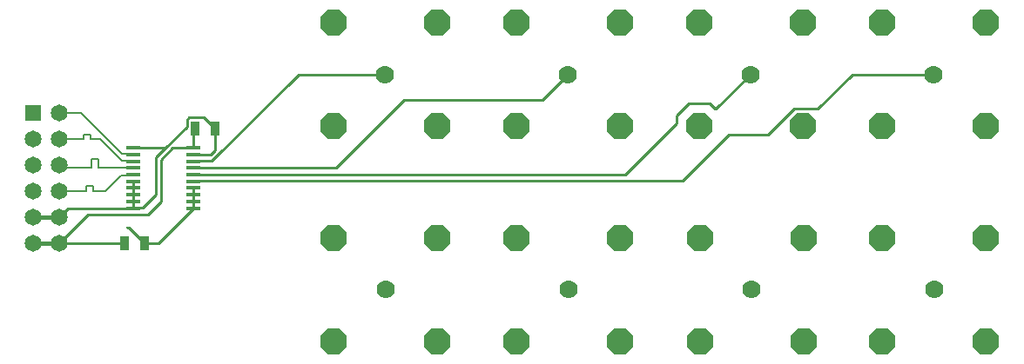
<source format=gtl>
G04 Layer_Physical_Order=1*
G04 Layer_Color=255*
%FSLAX25Y25*%
%MOIN*%
G70*
G01*
G75*
%ADD10R,0.03622X0.05433*%
%ADD11R,0.05807X0.01772*%
%ADD12C,0.01000*%
%ADD13C,0.00800*%
%ADD14C,0.01500*%
%ADD15C,0.06496*%
%ADD16R,0.06496X0.06496*%
%ADD17C,0.07000*%
%ADD18P,0.10824X8X202.5*%
%ADD19C,0.01000*%
D10*
X157760Y435000D02*
D03*
X150240D02*
D03*
X184760Y478974D02*
D03*
X177240D02*
D03*
D11*
X176567Y471516D02*
D03*
Y468957D02*
D03*
Y466398D02*
D03*
Y463839D02*
D03*
Y461280D02*
D03*
Y458720D02*
D03*
Y456161D02*
D03*
Y453602D02*
D03*
Y451043D02*
D03*
Y448484D02*
D03*
X153433D02*
D03*
Y451043D02*
D03*
Y453602D02*
D03*
Y456161D02*
D03*
Y458720D02*
D03*
Y461280D02*
D03*
Y463839D02*
D03*
Y466398D02*
D03*
Y468957D02*
D03*
Y471516D02*
D03*
D12*
X153272Y456000D02*
X153433Y455839D01*
X153390Y451000D02*
X153433Y450957D01*
X165688Y471516D02*
X173929Y479757D01*
X162000Y467828D02*
X165688Y471516D01*
X153433D02*
X165688D01*
X157760Y435000D02*
X163083D01*
X176567Y448484D01*
X153433Y456161D02*
Y458720D01*
Y453602D02*
Y455839D01*
Y451043D02*
Y453602D01*
Y448484D02*
Y450957D01*
X176567Y453602D02*
Y456161D01*
Y451043D02*
Y453602D01*
Y448484D02*
Y451043D01*
X428800Y499800D02*
X459800D01*
X415500Y486500D02*
X428800Y499800D01*
X406479Y486500D02*
X415500D01*
X396550Y476571D02*
X406479Y486500D01*
X381571Y476571D02*
X396550D01*
X231012Y464012D02*
X257000Y490000D01*
X363894Y458894D02*
X381571Y476571D01*
X176741Y458894D02*
X363894D01*
X176567Y458720D02*
X176741Y458894D01*
X375950Y486500D02*
X376500D01*
X373950Y488500D02*
X375950Y486500D01*
X366050Y488500D02*
X373950D01*
X361500Y483950D02*
X366050Y488500D01*
X361500Y481121D02*
Y483950D01*
X341659Y461280D02*
X361500Y481121D01*
X176567Y461280D02*
X341659D01*
X376500Y486500D02*
X389800Y499800D01*
X176567Y463839D02*
X176740Y464012D01*
X231012D01*
X257000Y490000D02*
X310000D01*
X319800Y499800D01*
X176567Y466398D02*
X176740Y466571D01*
X183399D01*
X216628Y499800D01*
X249800D01*
X151760Y441000D02*
X157760Y435000D01*
X151000Y441000D02*
X151760D01*
X136000Y446000D02*
X159000D01*
X128484Y448484D02*
X153433D01*
X125000Y435000D02*
X150240D01*
X176567Y478301D02*
X177240Y478974D01*
X176567Y471516D02*
Y478301D01*
Y468957D02*
X182957D01*
X184760Y470760D01*
Y478974D01*
X180543Y483190D02*
X184760Y478974D01*
X174808Y483190D02*
X180543D01*
X173929Y482312D02*
X174808Y483190D01*
X173929Y479757D02*
Y482312D01*
X162000Y453699D02*
Y467828D01*
X156958Y448657D02*
X162000Y453699D01*
X153606Y448657D02*
X156958D01*
X153433Y448484D02*
X153606Y448657D01*
X168516Y471516D02*
X176567D01*
X164000Y467000D02*
X168516Y471516D01*
X164000Y451000D02*
Y467000D01*
X159000Y446000D02*
X164000Y451000D01*
X125000Y435000D02*
X136000Y446000D01*
X125000Y445000D02*
X128484Y448484D01*
X153260Y469130D02*
X153433Y468957D01*
D13*
X125000Y464112D02*
X136000D01*
X148865Y461006D02*
X153159D01*
X142859Y455000D02*
X148865Y461006D01*
X125000Y455000D02*
X134000D01*
X138200D02*
X142859D01*
X138200D02*
Y457022D01*
X135400D02*
X138200D01*
X135400Y455000D02*
Y457022D01*
X134000Y455000D02*
X135400D01*
X149143Y466671D02*
X153160D01*
X140814Y475000D02*
X149143Y466671D01*
X125000Y475000D02*
X132907D01*
X137107D02*
X140814D01*
X137107D02*
Y476541D01*
X134307D02*
X137107D01*
X134307Y475000D02*
Y476541D01*
X132907Y475000D02*
X134307D01*
X142000Y464112D02*
X153160D01*
X140200D02*
X142000D01*
X140200D02*
Y467310D01*
X137400D02*
X140200D01*
X137400Y464112D02*
Y467310D01*
X136000Y464112D02*
X137400D01*
X149129Y469230D02*
X153160D01*
X133360Y485000D02*
X149129Y469230D01*
X125000Y485000D02*
X133360D01*
X153272Y456000D02*
X153433Y456161D01*
X153390Y451000D02*
X153433Y451043D01*
X153159Y461006D02*
X153433Y461280D01*
X153160Y464112D02*
X153433Y463839D01*
X125000Y464112D02*
Y465000D01*
X153160Y466671D02*
X153433Y466398D01*
X153160Y469230D02*
X153260Y469130D01*
D14*
X115000Y435000D02*
X125000D01*
X115000Y445000D02*
X125000D01*
D15*
Y435000D02*
D03*
X115000D02*
D03*
X125000Y445000D02*
D03*
X115000D02*
D03*
X125000Y455000D02*
D03*
X115000D02*
D03*
X125000Y465000D02*
D03*
X115000D02*
D03*
X125000Y475000D02*
D03*
X115000D02*
D03*
X125000Y485000D02*
D03*
D16*
X115000D02*
D03*
D17*
X250000Y417199D02*
D03*
X320000D02*
D03*
X390200D02*
D03*
X460000D02*
D03*
X459800Y499800D02*
D03*
X389800D02*
D03*
X319800D02*
D03*
X249800D02*
D03*
D18*
X269800Y436999D02*
D03*
X230200D02*
D03*
X269800Y397399D02*
D03*
X230200D02*
D03*
X339800Y436999D02*
D03*
X300200D02*
D03*
X339800Y397399D02*
D03*
X300200D02*
D03*
X410000Y436999D02*
D03*
X370400D02*
D03*
X410000Y397399D02*
D03*
X370400D02*
D03*
X479800Y436999D02*
D03*
X440200D02*
D03*
X479800Y397399D02*
D03*
X440200D02*
D03*
X440000Y480000D02*
D03*
X479600D02*
D03*
X440000Y519600D02*
D03*
X479600D02*
D03*
X370000Y480000D02*
D03*
X409600D02*
D03*
X370000Y519600D02*
D03*
X409600D02*
D03*
X300000Y480000D02*
D03*
X339600D02*
D03*
X300000Y519600D02*
D03*
X339600D02*
D03*
X230000Y480000D02*
D03*
X269600D02*
D03*
X230000Y519600D02*
D03*
X269600D02*
D03*
D19*
X151000Y441000D02*
D03*
M02*

</source>
